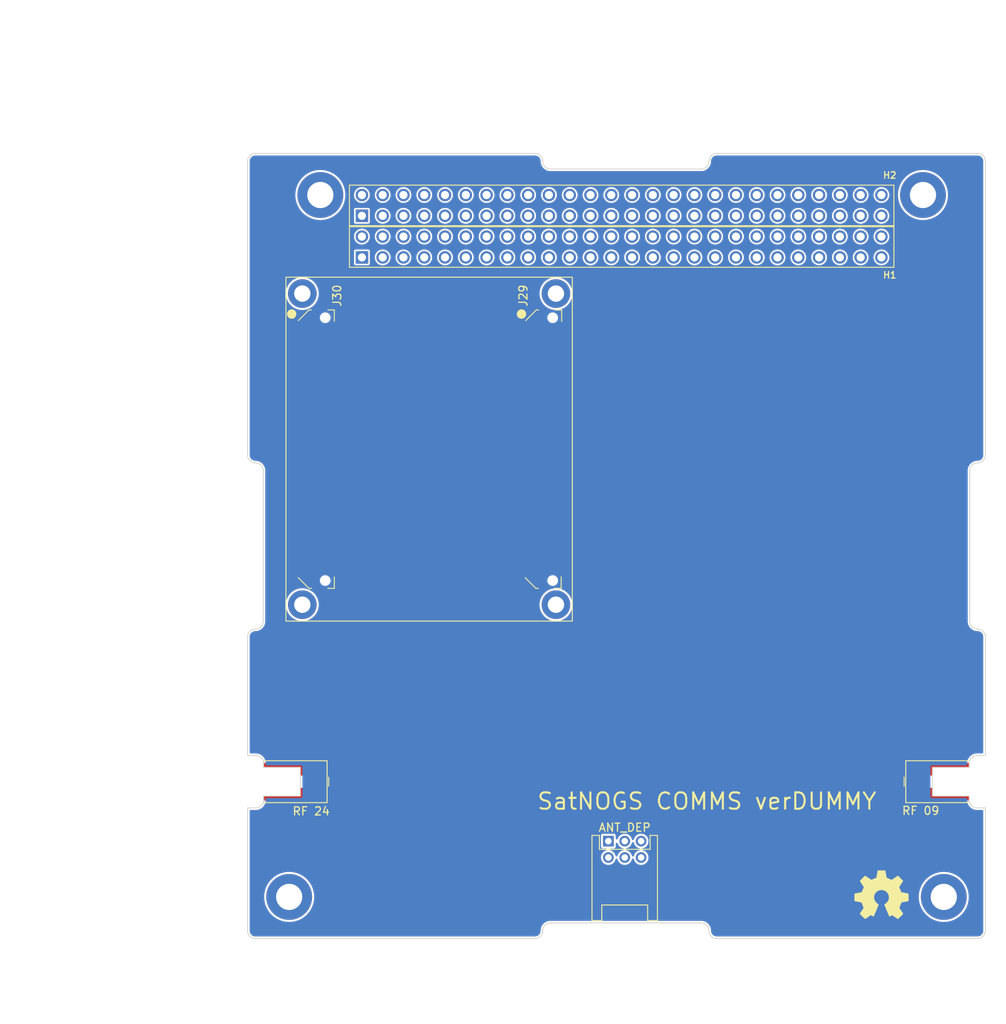
<source format=kicad_pcb>
(kicad_pcb (version 20211014) (generator pcbnew)
  (title_block (title "SatNOGS COMMS") (date "2020-09-07"))
  (layers (0 "F.Cu" signal) (31 "B.Cu" signal) (34 "B.Paste" user) (35 "F.Paste" user) (36 "B.SilkS" user "B.Silkscreen") (37 "F.SilkS" user "F.Silkscreen") (38 "B.Mask" user) (39 "F.Mask" user) (44 "Edge.Cuts" user))
  (net 0 "")
  (net 1 "/CAN_A_L")
  (net 2 "/CAN_A_H")
  (net 4 "/CAN_B_H")
  (net 5 "/CAN_B_L")
  (net 6 "GND")
  (net 9 "VIN")
  (net 10 "Net-(ANT-S901-Pad1)")
  (net 11 "5V_FPGA")
  (net 12 "2V5_FPGA")
  (net 13 "Net-(ANT-U1001-Pad1)")
  (net 14 "/FPGA/GAIN_SET_S_N")
  (net 15 "/FPGA/GAIN_SET_S_P")
  (net 16 "/FPGA/GAIN_SET_UHF_N")
  (net 17 "/FPGA/GAIN_SET_UHF_P")
  (net 41 "/ANT_DET_1")
  (net 42 "/ANT_DEP_1")
  (net 43 "/ANT_DET_0")
  (net 44 "/ANT_DEP_0")
  (net 52 "/BUS_SDA")
  (net 53 "/BUS_SCL")
  (net 96 "/FPGA/RXDP24")
  (net 97 "/FPGA/RXDN24")
  (net 98 "/FPGA/RXCLKP")
  (net 99 "/FPGA/RXCLKN")
  (net 100 "/FPGA/RXDP09")
  (net 101 "/FPGA/RXDN09")
  (net 102 "/FPGA/TXDP")
  (net 103 "/FPGA/TXDN")
  (net 104 "/FPGA/TXCLKP")
  (net 105 "/FPGA/TXCLKN")
  (net 152 "Net-(U301-Pad81)")
  (net 178 "/FPGA/PS_POR_B")
  (net 211 "/FPGA/FPGA_UART_TX")
  (net 212 "/FPGA/FPGA_UART_RX")
  (net 219 "/FPGA/SPI_SEL")
  (net 220 "/FPGA/SPI_CLK")
  (net 225 "/FPGA/MMC_D0")
  (net 226 "/FPGA/MMC_D1")
  (net 227 "/FPGA/MMC_D2")
  (net 228 "/FPGA/MMC_CK")
  (net 229 "/FPGA/MMC_D3")
  (net 230 "/FPGA/MMC_CMD")
  (net 252 "/FPGA/ETH-RXD3")
  (net 253 "/FPGA/ETH-RXD1")
  (net 254 "/FPGA/ETH-TXD3")
  (net 255 "/FPGA/ETH-TXCK")
  (net 256 "/FPGA/ETH-RXCLK")
  (net 257 "/FPGA/ETH-TXD1")
  (net 258 "/FPGA/ETH-MDC")
  (net 259 "/FPGA/ETH-MDIO")
  (net 260 "Net-(RN301-Pad7)")
  (net 261 "Net-(RN301-Pad8)")
  (net 262 "Net-(RN301-Pad6)")
  (net 263 "/FPGA/ETH-TXD2")
  (net 264 "/FPGA/ETH-RXD0")
  (net 265 "/FPGA/ETH-RXCTL")
  (net 266 "Net-(RN301-Pad5)")
  (net 267 "/FPGA/FPGA_DONE")
  (net 268 "/FPGA/ETH-TXD0")
  (net 269 "/FPGA/ETH-TXCTL")
  (net 270 "/FPGA/ETH-RXD2")
  (net 275 "3V3_FPGA")
  (net 276 "Net-(R310-Pad1)")
  (net 277 "Net-(R311-Pad2)")
  (net 284 "/BUS_SPI_MOSI")
  (net 285 "/BUS_SPI_CLK")
  (net 286 "/BUS_SPI_MISO")
  (net 287 "/FPGA/SPI_MOSI")
  (net 288 "/FPGA/SPI_MISO")
  (net 289 "Net-(RN302-Pad1)")
  (net 290 "Net-(RN302-Pad2)")
  (footprint "librecube_pcb_template:ESQ-126-39-x-D" (layer "F.Cu") (at 96.52 53.975)
    (fp_text reference "J102" hide)
    (fp_text value "Η1" (at 64.516 2.159) (layer "F.SilkS") (effects (font (size 0.8 0.8))))
    (pad "1" thru_hole rect locked (at 0 0) (size 1.524 1.524) (drill 1) (layers *.Cu *.Mask) (net 1 "/CAN_A_L") (clearance 0.2))
    (pad "2" thru_hole circle locked (at 0 -2.54) (size 1.524 1.524) (drill 1) (layers *.Cu *.Mask) (clearance 0.2))
    (pad "3" thru_hole circle locked (at 2.54 0) (size 1.524 1.524) (drill 1) (layers *.Cu *.Mask) (net 2 "/CAN_A_H") (clearance 0.2))
    (pad "4" thru_hole circle locked (at 2.54 -2.54) (size 1.524 1.524) (drill 1) (layers *.Cu *.Mask) (clearance 0.2))
    (pad "5" thru_hole circle locked (at 5.08 0) (size 1.524 1.524) (drill 1) (layers *.Cu *.Mask) (clearance 0.2))
    (pad "6" thru_hole circle locked (at 5.08 -2.54) (size 1.524 1.524) (drill 1) (layers *.Cu *.Mask) (clearance 0.2))
    (pad "7" thru_hole circle locked (at 7.62 0) (size 1.524 1.524) (drill 1) (layers *.Cu *.Mask) (clearance 0.2))
    (pad "8" thru_hole circle locked (at 7.62 -2.54) (size 1.524 1.524) (drill 1) (layers *.Cu *.Mask) (clearance 0.2))
    (pad "9" thru_hole circle locked (at 10.16 0) (size 1.524 1.524) (drill 1) (layers *.Cu *.Mask) (clearance 0.2))
    (pad "10" thru_hole circle locked (at 10.16 -2.54) (size 1.524 1.524) (drill 1) (layers *.Cu *.Mask) (net 284 "/BUS_SPI_MOSI") (clearance 0.2))
    (pad "11" thru_hole circle locked (at 12.7 0) (size 1.524 1.524) (drill 1) (layers *.Cu *.Mask) (net 285 "/BUS_SPI_CLK") (clearance 0.2))
    (pad "12" thru_hole circle locked (at 12.7 -2.54) (size 1.524 1.524) (drill 1) (layers *.Cu *.Mask) (net 286 "/BUS_SPI_MISO") (clearance 0.2))
    (pad "13" thru_hole circle locked (at 15.24 0) (size 1.524 1.524) (drill 1) (layers *.Cu *.Mask) (clearance 0.2))
    (pad "14" thru_hole circle locked (at 15.24 -2.54) (size 1.524 1.524) (drill 1) (layers *.Cu *.Mask) (clearance 0.2))
    (pad "15" thru_hole circle locked (at 17.78 0) (size 1.524 1.524) (drill 1) (layers *.Cu *.Mask) (clearance 0.2))
    (pad "16" thru_hole circle locked (at 17.78 -2.54) (size 1.524 1.524) (drill 1) (layers *.Cu *.Mask) (clearance 0.2))
    (pad "17" thru_hole circle locked (at 20.32 0) (size 1.524 1.524) (drill 1) (layers *.Cu *.Mask) (clearance 0.2))
    (pad "18" thru_hole circle locked (at 20.32 -2.54) (size 1.524 1.524) (drill 1) (layers *.Cu *.Mask) (clearance 0.2))
    (pad "19" thru_hole circle locked (at 22.86 0) (size 1.524 1.524) (drill 1) (layers *.Cu *.Mask) (clearance 0.2))
    (pad "20" thru_hole circle locked (at 22.86 -2.54) (size 1.524 1.524) (drill 1) (layers *.Cu *.Mask) (clearance 0.2))
    (pad "21" thru_hole circle locked (at 25.4 0) (size 1.524 1.524) (drill 1) (layers *.Cu *.Mask) (clearance 0.2))
    (pad "22" thru_hole circle locked (at 25.4 -2.54) (size 1.524 1.524) (drill 1) (layers *.Cu *.Mask) (clearance 0.2))
    (pad "23" thru_hole circle locked (at 27.94 0) (size 1.524 1.524) (drill 1) (layers *.Cu *.Mask) (clearance 0.2))
    (pad "24" thru_hole circle locked (at 27.94 -2.54) (size 1.524 1.524) (drill 1) (layers *.Cu *.Mask) (clearance 0.2))
    (pad "25" thru_hole circle locked (at 30.48 0) (size 1.524 1.524) (drill 1) (layers *.Cu *.Mask) (clearance 0.2))
    (pad "26" thru_hole circle locked (at 30.48 -2.54) (size 1.524 1.524) (drill 1) (layers *.Cu *.Mask) (clearance 0.2))
    (pad "27" thru_hole circle locked (at 33.02 0) (size 1.524 1.524) (drill 1) (layers *.Cu *.Mask) (clearance 0.2))
    (pad "28" thru_hole circle locked (at 33.02 -2.54) (size 1.524 1.524) (drill 1) (layers *.Cu *.Mask) (clearance 0.2))
    (pad "29" thru_hole circle locked (at 35.56 0) (size 1.524 1.524) (drill 1) (layers *.Cu *.Mask) (clearance 0.2))
    (pad "30" thru_hole circle locked (at 35.56 -2.54) (size 1.524 1.524) (drill 1) (layers *.Cu *.Mask) (clearance 0.2))
    (pad "31" thru_hole circle locked (at 38.1 0) (size 1.524 1.524) (drill 1) (layers *.Cu *.Mask) (clearance 0.2))
    (pad "32" thru_hole circle locked (at 38.1 -2.54) (size 1.524 1.524) (drill 1) (layers *.Cu *.Mask) (clearance 0.2))
    (pad "33" thru_hole circle locked (at 40.64 0) (size 1.524 1.524) (drill 1) (layers *.Cu *.Mask) (net 6 "GND") (clearance 0.2))
    (pad "34" thru_hole circle locked (at 40.64 -2.54) (size 1.524 1.524) (drill 1) (layers *.Cu *.Mask) (net 6 "GND") (clearance 0.2))
    (pad "35" thru_hole circle locked (at 43.18 0) (size 1.524 1.524) (drill 1) (layers *.Cu *.Mask) (clearance 0.2))
    (pad "36" thru_hole circle locked (at 43.18 -2.54) (size 1.524 1.524) (drill 1) (layers *.Cu *.Mask) (clearance 0.2))
    (pad "37" thru_hole circle locked (at 45.72 0) (size 1.524 1.524) (drill 1) (layers *.Cu *.Mask) (clearance 0.2))
    (pad "38" thru_hole circle locked (at 45.72 -2.54) (size 1.524 1.524) (drill 1) (layers *.Cu *.Mask) (clearance 0.2))
    (pad "39" thru_hole circle locked (at 48.26 0) (size 1.524 1.524) (drill 1) (layers *.Cu *.Mask) (clearance 0.2))
    (pad "40" thru_hole circle locked (at 48.26 -2.54) (size 1.524 1.524) (drill 1) (layers *.Cu *.Mask) (clearance 0.2))
    (pad "41" thru_hole circle locked (at 50.8 0) (size 1.524 1.524) (drill 1) (layers *.Cu *.Mask) (net 52 "/BUS_SDA") (clearance 0.2))
    (pad "42" thru_hole circle locked (at 50.8 -2.54) (size 1.524 1.524) (drill 1) (layers *.Cu *.Mask) (clearance 0.2))
    (pad "43" thru_hole circle locked (at 53.34 0) (size 1.524 1.524) (drill 1) (layers *.Cu *.Mask) (net 53 "/BUS_SCL") (clearance 0.2))
    (pad "44" thru_hole circle locked (at 53.34 -2.54) (size 1.524 1.524) (drill 1) (layers *.Cu *.Mask) (clearance 0.2))
    (pad "45" thru_hole circle locked (at 55.88 0) (size 1.524 1.524) (drill 1) (layers *.Cu *.Mask) (clearance 0.2))
    (pad "46" thru_hole circle locked (at 55.88 -2.54) (size 1.524 1.524) (drill 1) (layers *.Cu *.Mask) (clearance 0.2))
    (pad "47" thru_hole circle locked (at 58.42 0) (size 1.524 1.524) (drill 1) (layers *.Cu *.Mask) (clearance 0.2))
    (pad "48" thru_hole circle locked (at 58.42 -2.54) (size 1.524 1.524) (drill 1) (layers *.Cu *.Mask) (clearance 0.2))
    (pad "49" thru_hole circle locked (at 60.96 0) (size 1.524 1.524) (drill 1) (layers *.Cu *.Mask) (net 9 "VIN") (clearance 0.2))
    (pad "50" thru_hole circle locked (at 60.96 -2.54) (size 1.524 1.524) (drill 1) (layers *.Cu *.Mask) (clearance 0.2))
    (pad "51" thru_hole circle locked (at 63.5 0) (size 1.524 1.524) (drill 1) (layers *.Cu *.Mask) (clearance 0.2))
    (pad "52" thru_hole circle locked (at 63.5 -2.54) (size 1.524 1.524) (drill 1) (layers *.Cu *.Mask) (clearance 0.2))
  )
  (footprint "librecube_pcb_template:ESQ-126-39-x-D" (layer "F.Cu") (at 96.52 48.895)
    (fp_text reference "J103" hide)
    (fp_text value "Η2" (at 64.516 -4.953) (layer "F.SilkS") (effects (font (size 0.8 0.8))))
    (pad "1" thru_hole rect locked (at 0 0) (size 1.524 1.524) (drill 1) (layers *.Cu *.Mask) (net 5 "/CAN_B_L") (clearance 0.2))
    (pad "2" thru_hole circle locked (at 0 -2.54) (size 1.524 1.524) (drill 1) (layers *.Cu *.Mask) (clearance 0.2))
    (pad "3" thru_hole circle locked (at 2.54 0) (size 1.524 1.524) (drill 1) (layers *.Cu *.Mask) (net 4 "/CAN_B_H") (clearance 0.2))
    (pad "4" thru_hole circle locked (at 2.54 -2.54) (size 1.524 1.524) (drill 1) (layers *.Cu *.Mask) (clearance 0.2))
    (pad "5" thru_hole circle locked (at 5.08 0) (size 1.524 1.524) (drill 1) (layers *.Cu *.Mask) (clearance 0.2))
    (pad "6" thru_hole circle locked (at 5.08 -2.54) (size 1.524 1.524) (drill 1) (layers *.Cu *.Mask) (clearance 0.2))
    (pad "7" thru_hole circle locked (at 7.62 0) (size 1.524 1.524) (drill 1) (layers *.Cu *.Mask) (clearance 0.2))
    (pad "8" thru_hole circle locked (at 7.62 -2.54) (size 1.524 1.524) (drill 1) (layers *.Cu *.Mask) (clearance 0.2))
    (pad "9" thru_hole circle locked (at 10.16 0) (size 1.524 1.524) (drill 1) (layers *.Cu *.Mask) (clearance 0.2))
    (pad "10" thru_hole circle locked (at 10.16 -2.54) (size 1.524 1.524) (drill 1) (layers *.Cu *.Mask) (clearance 0.2))
    (pad "11" thru_hole circle locked (at 12.7 0) (size 1.524 1.524) (drill 1) (layers *.Cu *.Mask) (clearance 0.2))
    (pad "12" thru_hole circle locked (at 12.7 -2.54) (size 1.524 1.524) (drill 1) (layers *.Cu *.Mask) (clearance 0.2))
    (pad "13" thru_hole circle locked (at 15.24 0) (size 1.524 1.524) (drill 1) (layers *.Cu *.Mask) (clearance 0.2))
    (pad "14" thru_hole circle locked (at 15.24 -2.54) (size 1.524 1.524) (drill 1) (layers *.Cu *.Mask) (clearance 0.2))
    (pad "15" thru_hole circle locked (at 17.78 0) (size 1.524 1.524) (drill 1) (layers *.Cu *.Mask) (clearance 0.2))
    (pad "16" thru_hole circle locked (at 17.78 -2.54) (size 1.524 1.524) (drill 1) (layers *.Cu *.Mask) (clearance 0.2))
    (pad "17" thru_hole circle locked (at 20.32 0) (size 1.524 1.524) (drill 1) (layers *.Cu *.Mask) (clearance 0.2))
    (pad "18" thru_hole circle locked (at 20.32 -2.54) (size 1.524 1.524) (drill 1) (layers *.Cu *.Mask) (clearance 0.2))
    (pad "19" thru_hole circle locked (at 22.86 0) (size 1.524 1.524) (drill 1) (layers *.Cu *.Mask) (clearance 0.2))
    (pad "20" thru_hole circle locked (at 22.86 -2.54) (size 1.524 1.524) (drill 1) (layers *.Cu *.Mask) (clearance 0.2))
    (pad "21" thru_hole circle locked (at 25.4 0) (size 1.524 1.524) (drill 1) (layers *.Cu *.Mask) (clearance 0.2))
    (pad "22" thru_hole circle locked (at 25.4 -2.54) (size 1.524 1.524) (drill 1) (layers *.Cu *.Mask) (clearance 0.2))
    (pad "23" thru_hole circle locked (at 27.94 0) (size 1.524 1.524) (drill 1) (layers *.Cu *.Mask) (clearance 0.2))
    (pad "24" thru_hole circle locked (at 27.94 -2.54) (size 1.524 1.524) (drill 1) (layers *.Cu *.Mask) (clearance 0.2))
    (pad "25" thru_hole circle locked (at 30.48 0) (size 1.524 1.524) (drill 1) (layers *.Cu *.Mask) (clearance 0.2))
    (pad "26" thru_hole circle locked (at 30.48 -2.54) (size 1.524 1.524) (drill 1) (layers *.Cu *.Mask) (clearance 0.2))
    (pad "27" thru_hole circle locked (at 33.02 0) (size 1.524 1.524) (drill 1) (layers *.Cu *.Mask) (clearance 0.2))
    (pad "28" thru_hole circle locked (at 33.02 -2.54) (size 1.524 1.524) (drill 1) (layers *.Cu *.Mask) (clearance 0.2))
    (pad "29" thru_hole circle locked (at 35.56 0) (size 1.524 1.524) (drill 1) (layers *.Cu *.Mask) (net 6 "GND") (clearance 0.2))
    (pad "30" thru_hole circle locked (at 35.56 -2.54) (size 1.524 1.524) (drill 1) (layers *.Cu *.Mask) (net 6 "GND") (clearance 0.2))
    (pad "31" thru_hole circle locked (at 38.1 0) (size 1.524 1.524) (drill 1) (layers *.Cu *.Mask) (net 6 "GND") (clearance 0.2))
    (pad "32" thru_hole circle locked (at 38.1 -2.54) (size 1.524 1.524) (drill 1) (layers *.Cu *.Mask) (net 6 "GND") (clearance 0.2))
    (pad "33" thru_hole circle locked (at 40.64 0) (size 1.524 1.524) (drill 1) (layers *.Cu *.Mask) (clearance 0.2))
    (pad "34" thru_hole circle locked (at 40.64 -2.54) (size 1.524 1.524) (drill 1) (layers *.Cu *.Mask) (clearance 0.2))
    (pad "35" thru_hole circle locked (at 43.18 0) (size 1.524 1.524) (drill 1) (layers *.Cu *.Mask) (clearance 0.2))
    (pad "36" thru_hole circle locked (at 43.18 -2.54) (size 1.524 1.524) (drill 1) (layers *.Cu *.Mask) (clearance 0.2))
    (pad "37" thru_hole circle locked (at 45.72 0) (size 1.524 1.524) (drill 1) (layers *.Cu *.Mask) (clearance 0.2))
    (pad "38" thru_hole circle locked (at 45.72 -2.54) (size 1.524 1.524) (drill 1) (layers *.Cu *.Mask) (clearance 0.2))
    (pad "39" thru_hole circle locked (at 48.26 0) (size 1.524 1.524) (drill 1) (layers *.Cu *.Mask) (clearance 0.2))
    (pad "40" thru_hole circle locked (at 48.26 -2.54) (size 1.524 1.524) (drill 1) (layers *.Cu *.Mask) (clearance 0.2))
    (pad "41" thru_hole circle locked (at 50.8 0) (size 1.524 1.524) (drill 1) (layers *.Cu *.Mask) (clearance 0.2))
    (pad "42" thru_hole circle locked (at 50.8 -2.54) (size 1.524 1.524) (drill 1) (layers *.Cu *.Mask) (clearance 0.2))
    (pad "43" thru_hole circle locked (at 53.34 0) (size 1.524 1.524) (drill 1) (layers *.Cu *.Mask) (clearance 0.2))
    (pad "44" thru_hole circle locked (at 53.34 -2.54) (size 1.524 1.524) (drill 1) (layers *.Cu *.Mask) (clearance 0.2))
    (pad "45" thru_hole circle locked (at 55.88 0) (size 1.524 1.524) (drill 1) (layers *.Cu *.Mask) (clearance 0.2))
    (pad "46" thru_hole circle locked (at 55.88 -2.54) (size 1.524 1.524) (drill 1) (layers *.Cu *.Mask) (clearance 0.2))
    (pad "47" thru_hole circle locked (at 58.42 0) (size 1.524 1.524) (drill 1) (layers *.Cu *.Mask) (clearance 0.2))
    (pad "48" thru_hole circle locked (at 58.42 -2.54) (size 1.524 1.524) (drill 1) (layers *.Cu *.Mask) (clearance 0.2))
    (pad "49" thru_hole circle locked (at 60.96 0) (size 1.524 1.524) (drill 1) (layers *.Cu *.Mask) (clearance 0.2))
    (pad "50" thru_hole circle locked (at 60.96 -2.54) (size 1.524 1.524) (drill 1) (layers *.Cu *.Mask) (clearance 0.2))
    (pad "51" thru_hole circle locked (at 63.5 0) (size 1.524 1.524) (drill 1) (layers *.Cu *.Mask) (clearance 0.2))
    (pad "52" thru_hole circle locked (at 63.5 -2.54) (size 1.524 1.524) (drill 1) (layers *.Cu *.Mask) (clearance 0.2))
  )
  (footprint "MountingHole:MountingHole_3.2mm_M3_DIN965_Pad" (layer "F.Cu") (at 165.1 46.355)
    (fp_text reference "H112" hide)
    (fp_text value "MountingHole_Pad")
    (pad "1" thru_hole circle locked (at 0 0) (size 5.6 5.6) (drill 3.2) (layers *.Cu *.Mask))
  )
  (footprint "MountingHole:MountingHole_3.2mm_M3_DIN965_Pad" (layer "F.Cu") (at 167.64 132.08)
    (fp_text reference "H113" hide)
    (fp_text value "MountingHole_Pad")
    (pad "1" thru_hole circle locked (at 0 0) (size 5.6 5.6) (drill 3.2) (layers *.Cu *.Mask))
  )
  (footprint "MountingHole:MountingHole_3.2mm_M3_DIN965_Pad" (layer "F.Cu") (at 87.63 132.08)
    (fp_text reference "H114" hide)
    (fp_text value "MountingHole_Pad")
    (pad "1" thru_hole circle locked (at 0 0) (size 5.6 5.6) (drill 3.2) (layers *.Cu *.Mask))
  )
  (footprint "MountingHole:MountingHole_3.2mm_M3_DIN965_Pad" (layer "F.Cu") (at 91.44 46.355)
    (fp_text reference "H111" hide)
    (fp_text value "MountingHole_Pad")
    (pad "1" thru_hole circle locked (at 0 0) (size 5.6 5.6) (drill 3.2) (layers *.Cu *.Mask))
  )
  (footprint "Connector_Coaxial:MMCX_Molex_73415-0961_Horizontal_1.6mm-PCB" (layer "F.Cu") (at 167.005 118.0084 180)
    (fp_text reference "ANT-U1001" hide)
    (fp_text value "RF 09" (at 2.1844 -3.5433) (layer "F.SilkS"))
    (fp_line (start 0.75 -1.75) (end -3.75 -1.75) (layer "Edge.Cuts") (width 0.1))
    (fp_line (start -3.75 1.75) (end 0.75 1.75) (layer "Edge.Cuts") (width 0.1))
    (fp_line (start 0.75 1.75) (end 0.75 -1.75) (layer "Edge.Cuts") (width 0.1))
    (pad "1" smd rect (at 2.45 0 180) (size 2.6 1.1) (layers "F.Cu" "F.Paste" "F.Mask") (net 13 "Net-(ANT-U1001-Pad1)"))
    (pad "2" smd custom (at 2.25 -1.525 180) (size 3 1.55) (layers "F.Cu" "F.Paste" "F.Mask") (net 6 "GND") (options (clearance outline) (anchor rect)) (primitives (gr_poly (pts (xy -1.5 -0.225) (xy -6 -0.225) (xy -6 -0.775) (xy -1.5 -0.775)) (width 0) (fill yes))))
    (pad "2" smd custom (at 2.25 1.525 180) (size 3 1.55) (layers "F.Cu" "F.Paste" "F.Mask") (net 6 "GND") (options (clearance outline) (anchor rect)) (primitives (gr_poly (pts (xy -1.5 0.775) (xy -6 0.775) (xy -6 0.225) (xy -1.5 0.225)) (width 0) (fill yes))))
  )
  (footprint "Connector_Coaxial:MMCX_Molex_73415-0961_Horizontal_1.6mm-PCB" (layer "F.Cu") (at 88.2534 118.0084)
    (fp_text reference "ANT-S901" hide)
    (fp_text value "RF 24" (at 2.069 3.6068) (layer "F.SilkS"))
    (fp_line (start 0.75 1.75) (end 0.75 -1.75) (layer "Edge.Cuts") (width 0.1))
    (fp_line (start 0.75 -1.75) (end -3.75 -1.75) (layer "Edge.Cuts") (width 0.1))
    (fp_line (start -3.75 1.75) (end 0.75 1.75) (layer "Edge.Cuts") (width 0.1))
    (pad "1" smd rect (at 2.45 0) (size 2.6 1.1) (layers "F.Cu" "F.Paste" "F.Mask") (net 10 "Net-(ANT-S901-Pad1)"))
    (pad "2" smd custom (at 2.25 -1.525) (size 3 1.55) (layers "F.Cu" "F.Paste" "F.Mask") (net 6 "GND") (options (clearance outline) (anchor rect)) (primitives (gr_poly (pts (xy -1.5 -0.225) (xy -6 -0.225) (xy -6 -0.775) (xy -1.5 -0.775)) (width 0) (fill yes))))
    (pad "2" smd custom (at 2.25 1.525) (size 3 1.55) (layers "F.Cu" "F.Paste" "F.Mask") (net 6 "GND") (options (clearance outline) (anchor rect)) (primitives (gr_poly (pts (xy -1.5 0.775) (xy -6 0.775) (xy -6 0.225) (xy -1.5 0.225)) (width 0) (fill yes))))
  )
  (footprint "Symbol:OSHW-Symbol_6.7x6mm_SilkScreen" (layer "F.Cu") (at 160.02 131.826)
    (fp_text reference "REF**" hide)
    (fp_text value "OSHW-Symbol_6.7x6mm_SilkScreen" hide)
  )
  (footprint "lsf-kicad-lib:hrs-df11-6dp-2ds" (layer "F.Cu") (at 126.6444 125.2667 180)
    (fp_text reference "J101" hide)
    (fp_text value "ANT_DEP" (at -1.9939 1.6637) (layer "F.SilkS"))
    (pad "1" thru_hole rect locked (at 0 0 180) (size 1.3 1.3) (drill 0.8) (layers *.Cu *.Mask) (net 44 "/ANT_DEP_0"))
    (pad "2" thru_hole circle locked (at 0 -2 180) (size 1.3 1.3) (drill 0.8) (layers *.Cu *.Mask) (net 43 "/ANT_DET_0"))
    (pad "3" thru_hole circle locked (at -2 0 180) (size 1.3 1.3) (drill 0.8) (layers *.Cu *.Mask) (net 42 "/ANT_DEP_1"))
    (pad "4" thru_hole circle locked (at -2 -2 180) (size 1.3 1.3) (drill 0.8) (layers *.Cu *.Mask) (net 41 "/ANT_DET_1"))
    (pad "5" thru_hole circle locked (at -4 0 180) (size 1.3 1.3) (drill 0.8) (layers *.Cu *.Mask) (net 6 "GND"))
    (pad "6" thru_hole circle locked (at -4 -2 180) (size 1.3 1.3) (drill 0.8) (layers *.Cu *.Mask) (net 6 "GND"))
  )
  (footprint "lsf-kicad-lib:Alinx_ZYNQ-7000_SOM_XC7Z020" (layer "F.Cu") (at 104.7372 77.393 90)
    (fp_text reference "U301" hide)
    (fp_text value "Alinx_ZYNQ-7000_SOM_XC7Z020")
    (fp_text user "J29" (at 18.75 11.5 90 unlocked) (layer "F.SilkS"))
    (fp_text user "J30" (at 18.75 -11.25 90 unlocked) (layer "F.SilkS"))
    (pad "" np_thru_hole circle locked (at -19 -15.5 90) (size 3.5 3.5) (drill 2) (layers F&B.Cu *.Mask))
    (pad "" np_thru_hole circle locked (at 19 15.5 90) (size 3.5 3.5) (drill 2) (layers F&B.Cu *.Mask))
    (pad "" np_thru_hole circle locked (at 16.05 15.1 90) (size 0.8 0.8) (drill 0.8) (layers F&B.Cu *.Mask))
    (pad "" np_thru_hole circle locked (at -16.05 -12.7 90) (size 0.8 0.8) (drill 0.8) (layers F&B.Cu *.Mask))
    (pad "" np_thru_hole circle locked (at -19 15.5 90) (size 3.5 3.5) (drill 2) (layers F&B.Cu *.Mask))
    (pad "" np_thru_hole circle locked (at 16.05 -12.7 90) (size 0.8 0.8) (drill 0.8) (layers F&B.Cu *.Mask))
    (pad "" np_thru_hole circle locked (at -16.05 15.1 90) (size 0.8 0.8) (drill 0.8) (layers F&B.Cu *.Mask))
    (pad "" np_thru_hole circle locked (at 19 -15.5 90) (size 3.5 3.5) (drill 2) (layers F&B.Cu *.Mask))
    (pad "1" smd rect locked (at 15 12.25 90) (size 0.75 2.3) (layers "F.Cu" "F.Mask") (net 11 "5V_FPGA"))
    (pad "2" smd rect locked (at 15 15.55 90) (size 0.75 2.3) (layers "F.Cu" "F.Mask") (net 11 "5V_FPGA"))
    (pad "3" smd rect locked (at 14.25 12.25 90) (size 0.25 2.3) (layers "F.Cu" "F.Mask") (net 11 "5V_FPGA"))
    (pad "4" smd rect locked (at 14.25 15.55 90) (size 0.25 2.3) (layers "F.Cu" "F.Mask") (net 11 "5V_FPGA"))
    (pad "5" smd rect locked (at 13.75 12.25 90) (size 0.25 2.3) (layers "F.Cu" "F.Mask") (net 11 "5V_FPGA"))
    (pad "6" smd rect locked (at 13.75 15.55 90) (size 0.25 2.3) (layers "F.Cu" "F.Mask") (net 11 "5V_FPGA"))
    (pad "7" smd rect locked (at 13.25 12.25 90) (size 0.25 2.3) (layers "F.Cu" "F.Mask") (net 11 "5V_FPGA"))
    (pad "8" smd rect locked (at 13.25 15.55 90) (size 0.25 2.3) (layers "F.Cu" "F.Mask") (net 11 "5V_FPGA"))
    (pad "9" smd rect locked (at 12.75 12.25 90) (size 0.25 2.3) (layers "F.Cu" "F.Mask") (net 6 "GND"))
    (pad "10" smd rect locked (at 12.75 15.55 90) (size 0.25 2.3) (layers "F.Cu" "F.Mask") (net 6 "GND"))
    (pad "11" smd rect locked (at 12.25 12.25 90) (size 0.25 2.3) (layers "F.Cu" "F.Mask") (net 275 "3V3_FPGA"))
    (pad "12" smd rect locked (at 12.25 15.55 90) (size 0.25 2.3) (layers "F.Cu" "F.Mask") (net 12 "2V5_FPGA"))
    (pad "13" smd rect locked (at 11.75 12.25 90) (size 0.25 2.3) (layers "F.Cu" "F.Mask") (net 275 "3V3_FPGA"))
    (pad "14" smd rect locked (at 11.75 15.55 90) (size 0.25 2.3) (layers "F.Cu" "F.Mask") (net 12 "2V5_FPGA"))
    (pad "15" smd rect locked (at 11.25 12.25 90) (size 0.25 2.3) (layers "F.Cu" "F.Mask") (net 275 "3V3_FPGA"))
    (pad "16" smd rect locked (at 11.25 15.55 90) (size 0.25 2.3) (layers "F.Cu" "F.Mask") (net 12 "2V5_FPGA"))
    (pad "17" smd rect locked (at 10.75 12.25 90) (size 0.25 2.3) (layers "F.Cu" "F.Mask") (net 275 "3V3_FPGA"))
    (pad "18" smd rect locked (at 10.75 15.55 90) (size 0.25 2.3) (layers "F.Cu" "F.Mask") (net 12 "2V5_FPGA"))
    (pad "19" smd rect locked (at 10.25 12.25 90) (size 0.25 2.3) (layers "F.Cu" "F.Mask") (net 6 "GND"))
    (pad "20" smd rect locked (at 10.25 15.55 90) (size 0.25 2.3) (layers "F.Cu" "F.Mask") (net 6 "GND"))
    (pad "21" smd rect locked (at 9.75 12.25 90) (size 0.25 2.3) (layers "F.Cu" "F.Mask"))
    (pad "22" smd rect locked (at 9.75 15.55 90) (size 0.25 2.3) (layers "F.Cu" "F.Mask") (net 219 "/FPGA/SPI_SEL"))
    (pad "23" smd rect locked (at 9.25 12.25 90) (size 0.25 2.3) (layers "F.Cu" "F.Mask"))
    (pad "24" smd rect locked (at 9.25 15.55 90) (size 0.25 2.3) (layers "F.Cu" "F.Mask") (net 287 "/FPGA/SPI_MOSI"))
    (pad "25" smd rect locked (at 8.75 12.25 90) (size 0.25 2.3) (layers "F.Cu" "F.Mask"))
    (pad "26" smd rect locked (at 8.75 15.55 90) (size 0.25 2.3) (layers "F.Cu" "F.Mask"))
    (pad "27" smd rect locked (at 8.25 12.25 90) (size 0.25 2.3) (layers "F.Cu" "F.Mask"))
    (pad "28" smd rect locked (at 8.25 15.55 90) (size 0.25 2.3) (layers "F.Cu" "F.Mask") (net 288 "/FPGA/SPI_MISO"))
    (pad "29" smd rect locked (at 7.75 12.25 90) (size 0.25 2.3) (layers "F.Cu" "F.Mask") (net 6 "GND"))
    (pad "30" smd rect locked (at 7.75 15.55 90) (size 0.25 2.3) (layers "F.Cu" "F.Mask") (net 6 "GND"))
    (pad "31" smd rect locked (at 7.25 12.25 90) (size 0.25 2.3) (layers "F.Cu" "F.Mask"))
    (pad "32" smd rect locked (at 7.25 15.55 90) (size 0.25 2.3) (layers "F.Cu" "F.Mask"))
    (pad "33" smd rect locked (at 6.75 12.25 90) (size 0.25 2.3) (layers "F.Cu" "F.Mask"))
    (pad "34" smd rect locked (at 6.75 15.55 90) (size 0.25 2.3) (layers "F.Cu" "F.Mask"))
    (pad "35" smd rect locked (at 6.25 12.25 90) (size 0.25 2.3) (layers "F.Cu" "F.Mask"))
    (pad "36" smd rect locked (at 6.25 15.55 90) (size 0.25 2.3) (layers "F.Cu" "F.Mask"))
    (pad "37" smd rect locked (at 5.75 12.25 90) (size 0.25 2.3) (layers "F.Cu" "F.Mask"))
    (pad "38" smd rect locked (at 5.75 15.55 90) (size 0.25 2.3) (layers "F.Cu" "F.Mask"))
    (pad "39" smd rect locked (at 5.25 12.25 90) (size 0.25 2.3) (layers "F.Cu" "F.Mask") (net 6 "GND"))
    (pad "40" smd rect locked (at 5.25 15.55 90) (size 0.25 2.3) (layers "F.Cu" "F.Mask") (net 6 "GND"))
    (pad "41" smd rect locked (at 4.75 12.25 90) (size 0.25 2.3) (layers "F.Cu" "F.Mask") (net 220 "/FPGA/SPI_CLK"))
    (pad "42" smd rect locked (at 4.75 15.55 90) (size 0.25 2.3) (layers "F.Cu" "F.Mask"))
    (pad "43" smd rect locked (at 4.25 12.25 90) (size 0.25 2.3) (layers "F.Cu" "F.Mask"))
    (pad "44" smd rect locked (at 4.25 15.55 90) (size 0.25 2.3) (layers "F.Cu" "F.Mask"))
    (pad "45" smd rect locked (at 3.75 12.25 90) (size 0.25 2.3) (layers "F.Cu" "F.Mask"))
    (pad "46" smd rect locked (at 3.75 15.55 90) (size 0.25 2.3) (layers "F.Cu" "F.Mask"))
    (pad "47" smd rect locked (at 3.25 12.25 90) (size 0.25 2.3) (layers "F.Cu" "F.Mask"))
    (pad "48" smd rect locked (at 3.25 15.55 90) (size 0.25 2.3) (layers "F.Cu" "F.Mask"))
    (pad "49" smd rect locked (at 2.75 12.25 90) (size 0.25 2.3) (layers "F.Cu" "F.Mask") (net 6 "GND"))
    (pad "50" smd rect locked (at 2.75 15.55 90) (size 0.25 2.3) (layers "F.Cu" "F.Mask") (net 6 "GND"))
    (pad "51" smd rect locked (at 2.25 12.25 90) (size 0.25 2.3) (layers "F.Cu" "F.Mask"))
    (pad "52" smd rect locked (at 2.25 15.55 90) (size 0.25 2.3) (layers "F.Cu" "F.Mask") (net 289 "Net-(RN302-Pad1)"))
    (pad "53" smd rect locked (at 1.75 12.25 90) (size 0.25 2.3) (layers "F.Cu" "F.Mask"))
    (pad "54" smd rect locked (at 1.75 15.55 90) (size 0.25 2.3) (layers "F.Cu" "F.Mask") (net 290 "Net-(RN302-Pad2)"))
    (pad "55" smd rect locked (at 1.25 12.25 90) (size 0.25 2.3) (layers "F.Cu" "F.Mask"))
    (pad "56" smd rect locked (at 1.25 15.55 90) (size 0.25 2.3) (layers "F.Cu" "F.Mask"))
    (pad "57" smd rect locked (at 0.75 12.25 90) (size 0.25 2.3) (layers "F.Cu" "F.Mask"))
    (pad "58" smd rect locked (at 0.75 15.55 90) (size 0.25 2.3) (layers "F.Cu" "F.Mask"))
    (pad "59" smd rect locked (at 0.25 12.25 90) (size 0.25 2.3) (layers "F.Cu" "F.Mask") (net 6 "GND"))
    (pad "60" smd rect locked (at 0.25 15.55 90) (size 0.25 2.3) (layers "F.Cu" "F.Mask") (net 6 "GND"))
    (pad "61" smd rect locked (at -0.25 12.25 90) (size 0.25 2.3) (layers "F.Cu" "F.Mask"))
    (pad "62" smd rect locked (at -0.25 15.55 90) (size 0.25 2.3) (layers "F.Cu" "F.Mask"))
    (pad "63" smd rect locked (at -0.75 12.25 90) (size 0.25 2.3) (layers "F.Cu" "F.Mask"))
    (pad "64" smd rect locked (at -0.75 15.55 90) (size 0.25 2.3) (layers "F.Cu" "F.Mask"))
    (pad "65" smd rect locked (at -1.25 12.25 90) (size 0.25 2.3) (layers "F.Cu" "F.Mask"))
    (pad "66" smd rect locked (at -1.25 15.55 90) (size 0.25 2.3) (layers "F.Cu" "F.Mask"))
    (pad "67" smd rect locked (at -1.75 12.25 90) (size 0.25 2.3) (layers "F.Cu" "F.Mask"))
    (pad "68" smd rect locked (at -1.75 15.55 90) (size 0.25 2.3) (layers "F.Cu" "F.Mask"))
    (pad "69" smd rect locked (at -2.25 12.25 90) (size 0.25 2.3) (layers "F.Cu" "F.Mask") (net 6 "GND"))
    (pad "70" smd rect locked (at -2.25 15.55 90) (size 0.25 2.3) (layers "F.Cu" "F.Mask") (net 6 "GND"))
    (pad "71" smd rect locked (at -2.75 12.25 90) (size 0.25 2.3) (layers "F.Cu" "F.Mask"))
    (pad "72" smd rect locked (at -2.75 15.55 90) (size 0.25 2.3) (layers "F.Cu" "F.Mask"))
    (pad "73" smd rect locked (at -3.25 12.25 90) (size 0.25 2.3) (layers "F.Cu" "F.Mask"))
    (pad "74" smd rect locked (at -3.25 15.55 90) (size 0.25 2.3) (layers "F.Cu" "F.Mask"))
    (pad "75" smd rect locked (at -3.75 12.25 90) (size 0.25 2.3) (layers "F.Cu" "F.Mask"))
    (pad "76" smd rect locked (at -3.75 15.55 90) (size 0.25 2.3) (layers "F.Cu" "F.Mask"))
    (pad "77" smd rect locked (at -4.25 12.25 90) (size 0.25 2.3) (layers "F.Cu" "F.Mask"))
    (pad "78" smd rect locked (at -4.25 15.55 90) (size 0.25 2.3) (layers "F.Cu" "F.Mask"))
    (pad "79" smd rect locked (at -4.75 12.25 90) (size 0.25 2.3) (layers "F.Cu" "F.Mask") (net 6 "GND"))
    (pad "80" smd rect locked (at -4.75 15.55 90) (size 0.25 2.3) (layers "F.Cu" "F.Mask") (net 6 "GND"))
    (pad "81" smd rect locked (at -5.25 12.25 90) (size 0.25 2.3) (layers "F.Cu" "F.Mask") (net 152 "Net-(U301-Pad81)"))
    (pad "82" smd rect locked (at -5.25 15.55 90) (size 0.25 2.3) (layers "F.Cu" "F.Mask"))
    (pad "83" smd rect locked (at -5.75 12.25 90) (size 0.25 2.3) (layers "F.Cu" "F.Mask"))
    (pad "84" smd rect locked (at -5.75 15.55 90) (size 0.25 2.3) (layers "F.Cu" "F.Mask"))
    (pad "85" smd rect locked (at -6.25 12.25 90) (size 0.25 2.3) (layers "F.Cu" "F.Mask"))
    (pad "86" smd rect locked (at -6.25 15.55 90) (size 0.25 2.3) (layers "F.Cu" "F.Mask"))
    (pad "87" smd rect locked (at -6.75 12.25 90) (size 0.25 2.3) (layers "F.Cu" "F.Mask"))
    (pad "88" smd rect locked (at -6.75 15.55 90) (size 0.25 2.3) (layers "F.Cu" "F.Mask"))
    (pad "89" smd rect locked (at -7.25 12.25 90) (size 0.25 2.3) (layers "F.Cu" "F.Mask") (net 6 "GND"))
    (pad "90" smd rect locked (at -7.25 15.55 90) (size 0.25 2.3) (layers "F.Cu" "F.Mask") (net 6 "GND"))
    (pad "91" smd rect locked (at -7.75 12.25 90) (size 0.25 2.3) (layers "F.Cu" "F.Mask"))
    (pad "92" smd rect locked (at -7.75 15.55 90) (size 0.25 2.3) (layers "F.Cu" "F.Mask"))
    (pad "93" smd rect locked (at -8.25 12.25 90) (size 0.25 2.3) (layers "F.Cu" "F.Mask"))
    (pad "94" smd rect locked (at -8.25 15.55 90) (size 0.25 2.3) (layers "F.Cu" "F.Mask"))
    (pad "95" smd rect locked (at -8.75 12.25 90) (size 0.25 2.3) (layers "F.Cu" "F.Mask"))
    (pad "96" smd rect locked (at -8.75 15.55 90) (size 0.25 2.3) (layers "F.Cu" "F.Mask"))
    (pad "97" smd rect locked (at -9.25 12.25 90) (size 0.25 2.3) (layers "F.Cu" "F.Mask"))
    (pad "98" smd rect locked (at -9.25 15.55 90) (size 0.25 2.3) (layers "F.Cu" "F.Mask"))
    (pad "99" smd rect locked (at -9.75 12.25 90) (size 0.25 2.3) (layers "F.Cu" "F.Mask") (net 6 "GND"))
    (pad "100" smd rect locked (at -9.75 15.55 90) (size 0.25 2.3) (layers "F.Cu" "F.Mask") (net 6 "GND"))
    (pad "101" smd rect locked (at -10.25 12.25 90) (size 0.25 2.3) (layers "F.Cu" "F.Mask"))
    (pad "102" smd rect locked (at -10.25 15.55 90) (size 0.25 2.3) (layers "F.Cu" "F.Mask"))
    (pad "103" smd rect locked (at -10.75 12.25 90) (size 0.25 2.3) (layers "F.Cu" "F.Mask"))
    (pad "104" smd rect locked (at -10.75 15.55 90) (size 0.25 2.3) (layers "F.Cu" "F.Mask"))
    (pad "105" smd rect locked (at -11.25 12.25 90) (size 0.25 2.3) (layers "F.Cu" "F.Mask"))
    (pad "106" smd rect locked (at -11.25 15.55 90) (size 0.25 2.3) (layers "F.Cu" "F.Mask"))
    (pad "107" smd rect locked (at -11.75 12.25 90) (size 0.25 2.3) (layers "F.Cu" "F.Mask"))
    (pad "108" smd rect locked (at -11.75 15.55 90) (size 0.25 2.3) (layers "F.Cu" "F.Mask"))
    (pad "109" smd rect locked (at -12.25 12.25 90) (size 0.25 2.3) (layers "F.Cu" "F.Mask") (net 6 "GND"))
    (pad "110" smd rect locked (at -12.25 15.55 90) (size 0.25 2.3) (layers "F.Cu" "F.Mask") (net 6 "GND"))
    (pad "111" smd rect locked (at -12.75 12.25 90) (size 0.25 2.3) (layers "F.Cu" "F.Mask") (net 266 "Net-(RN301-Pad5)"))
    (pad "112" smd rect locked (at -12.75 15.55 90) (size 0.25 2.3) (layers "F.Cu" "F.Mask"))
    (pad "113" smd rect locked (at -13.25 12.25 90) (size 0.25 2.3) (layers "F.Cu" "F.Mask") (net 262 "Net-(RN301-Pad6)"))
    (pad "114" smd rect locked (at -13.25 15.55 90) (size 0.25 2.3) (layers "F.Cu" "F.Mask"))
    (pad "115" smd rect locked (at -13.75 12.25 90) (size 0.25 2.3) (layers "F.Cu" "F.Mask") (net 260 "Net-(RN301-Pad7)"))
    (pad "116" smd rect locked (at -13.75 15.55 90) (size 0.25 2.3) (layers "F.Cu" "F.Mask") (net 178 "/FPGA/PS_POR_B"))
    (pad "117" smd rect locked (at -14.25 12.25 90) (size 0.25 2.3) (layers "F.Cu" "F.Mask") (net 261 "Net-(RN301-Pad8)"))
    (pad "118" smd rect locked (at -14.25 15.55 90) (size 0.25 2.3) (layers "F.Cu" "F.Mask") (net 267 "/FPGA/FPGA_DONE"))
    (pad "119" smd rect locked (at -15 12.25 90) (size 0.75 2.3) (layers "F.Cu" "F.Mask"))
    (pad "120" smd rect locked (at -15 15.55 90) (size 0.75 2.3) (layers "F.Cu" "F.Mask"))
    (pad "121" smd rect locked (at 15 -15.55 90) (size 0.75 2.3) (layers "F.Cu" "F.Mask") (net 102 "/FPGA/TXDP"))
    (pad "122" smd rect locked (at 15 -12.25 90) (size 0.75 2.3) (layers "F.Cu" "F.Mask"))
    (pad "123" smd rect locked (at 14.25 -15.55 90) (size 0.25 2.3) (layers "F.Cu" "F.Mask") (net 103 "/FPGA/TXDN"))
    (pad "124" smd rect locked (at 14.25 -12.25 90) (size 0.25 2.3) (layers "F.Cu" "F.Mask"))
    (pad "125" smd rect locked (at 13.75 -15.55 90) (size 0.25 2.3) (layers "F.Cu" "F.Mask"))
    (pad "126" smd rect locked (at 13.75 -12.25 90) (size 0.25 2.3) (layers "F.Cu" "F.Mask"))
    (pad "127" smd rect locked (at 13.25 -15.55 90) (size 0.25 2.3) (layers "F.Cu" "F.Mask"))
    (pad "128" smd rect locked (at 13.25 -12.25 90) (size 0.25 2.3) (layers "F.Cu" "F.Mask"))
    (pad "129" smd rect locked (at 12.75 -15.55 90) (size 0.25 2.3) (layers "F.Cu" "F.Mask") (net 6 "GND"))
    (pad "130" smd rect locked (at 12.75 -12.25 90) (size 0.25 2.3) (layers "F.Cu" "F.Mask") (net 6 "GND"))
    (pad "131" smd rect locked (at 12.25 -15.55 90) (size 0.25 2.3) (layers "F.Cu" "F.Mask"))
    (pad "132" smd rect locked (at 12.25 -12.25 90) (size 0.25 2.3) (layers "F.Cu" "F.Mask"))
    (pad "133" smd rect locked (at 11.75 -15.55 90) (size 0.25 2.3) (layers "F.Cu" "F.Mask"))
    (pad "134" smd rect locked (at 11.75 -12.25 90) (size 0.25 2.3) (layers "F.Cu" "F.Mask"))
    (pad "135" smd rect locked (at 11.25 -15.55 90) (size 0.25 2.3) (layers "F.Cu" "F.Mask"))
    (pad "136" smd rect locked (at 11.25 -12.25 90) (size 0.25 2.3) (layers "F.Cu" "F.Mask"))
    (pad "137" smd rect locked (at 10.75 -15.55 90) (size 0.25 2.3) (layers "F.Cu" "F.Mask"))
    (pad "138" smd rect locked (at 10.75 -12.25 90) (size 0.25 2.3) (layers "F.Cu" "F.Mask"))
    (pad "139" smd rect locked (at 10.25 -15.55 90) (size 0.25 2.3) (layers "F.Cu" "F.Mask") (net 6 "GND"))
    (pad "140" smd rect locked (at 10.25 -12.25 90) (size 0.25 2.3) (layers "F.Cu" "F.Mask") (net 6 "GND"))
    (pad "141" smd rect locked (at 9.75 -15.55 90) (size 0.25 2.3) (layers "F.Cu" "F.Mask"))
    (pad "142" smd rect locked (at 9.75 -12.25 90) (size 0.25 2.3) (layers "F.Cu" "F.Mask"))
    (pad "143" smd rect locked (at 9.25 -15.55 90) (size 0.25 2.3) (layers "F.Cu" "F.Mask"))
    (pad "144" smd rect locked (at 9.25 -12.25 90) (size 0.25 2.3) (layers "F.Cu" "F.Mask"))
    (pad "145" smd rect locked (at 8.75 -15.55 90) (size 0.25 2.3) (layers "F.Cu" "F.Mask") (net 96 "/FPGA/RXDP24"))
    (pad "146" smd rect locked (at 8.75 -12.25 90) (size 0.25 2.3) (layers "F.Cu" "F.Mask"))
    (pad "147" smd rect locked (at 8.25 -15.55 90) (size 0.25 2.3) (layers "F.Cu" "F.Mask") (net 97 "/FPGA/RXDN24"))
    (pad "148" smd rect locked (at 8.25 -12.25 90) (size 0.25 2.3) (layers "F.Cu" "F.Mask"))
    (pad "149" smd rect locked (at 7.75 -15.55 90) (size 0.25 2.3) (layers "F.Cu" "F.Mask") (net 6 "GND"))
    (pad "150" smd rect locked (at 7.75 -12.25 90) (size 0.25 2.3) (layers "F.Cu" "F.Mask") (net 6 "GND"))
    (pad "151" smd rect locked (at 7.25 -15.55 90) (size 0.25 2.3) (layers "F.Cu" "F.Mask") (net 101 "/FPGA/RXDN09"))
    (pad "152" smd rect locked (at 7.25 -12.25 90) (size 0.25 2.3) (layers "F.Cu" "F.Mask"))
    (pad "153" smd rect locked (at 6.75 -15.55 90) (size 0.25 2.3) (layers "F.Cu" "F.Mask") (net 100 "/FPGA/RXDP09"))
    (pad "154" smd rect locked (at 6.75 -12.25 90) (size 0.25 2.3) (layers "F.Cu" "F.Mask"))
    (pad "155" smd rect locked (at 6.25 -15.55 90) (size 0.25 2.3) (layers "F.Cu" "F.Mask"))
    (pad "156" smd rect locked (at 6.25 -12.25 90) (size 0.25 2.3) (layers "F.Cu" "F.Mask"))
    (pad "157" smd rect locked (at 5.75 -15.55 90) (size 0.25 2.3) (layers "F.Cu" "F.Mask"))
    (pad "158" smd rect locked (at 5.75 -12.25 90) (size 0.25 2.3) (layers "F.Cu" "F.Mask"))
    (pad "159" smd rect locked (at 5.25 -15.55 90) (size 0.25 2.3) (layers "F.Cu" "F.Mask") (net 6 "GND"))
    (pad "160" smd rect locked (at 5.25 -12.25 90) (size 0.25 2.3) (layers "F.Cu" "F.Mask") (net 6 "GND"))
    (pad "161" smd rect locked (at 4.75 -15.55 90) (size 0.25 2.3) (layers "F.Cu" "F.Mask") (net 99 "/FPGA/RXCLKN"))
    (pad "162" smd rect locked (at 4.75 -12.25 90) (size 0.25 2.3) (layers "F.Cu" "F.Mask"))
    (pad "163" smd rect locked (at 4.25 -15.55 90) (size 0.25 2.3) (layers "F.Cu" "F.Mask") (net 98 "/FPGA/RXCLKP"))
    (pad "164" smd rect locked (at 4.25 -12.25 90) (size 0.25 2.3) (layers "F.Cu" "F.Mask"))
    (pad "165" smd rect locked (at 3.75 -15.55 90) (size 0.25 2.3) (layers "F.Cu" "F.Mask"))
    (pad "166" smd rect locked (at 3.75 -12.25 90) (size 0.25 2.3) (layers "F.Cu" "F.Mask") (net 15 "/FPGA/GAIN_SET_S_P"))
    (pad "167" smd rect locked (at 3.25 -15.55 90) (size 0.25 2.3) (layers "F.Cu" "F.Mask"))
    (pad "168" smd rect locked (at 3.25 -12.25 90) (size 0.25 2.3) (layers "F.Cu" "F.Mask") (net 14 "/FPGA/GAIN_SET_S_N"))
    (pad "169" smd rect locked (at 2.75 -15.55 90) (size 0.25 2.3) (layers "F.Cu" "F.Mask") (net 6 "GND"))
    (pad "170" smd rect locked (at 2.75 -12.25 90) (size 0.25 2.3) (layers "F.Cu" "F.Mask") (net 6 "GND"))
    (pad "171" smd rect locked (at 2.25 -15.55 90) (size 0.25 2.3) (layers "F.Cu" "F.Mask"))
    (pad "172" smd rect locked (at 2.25 -12.25 90) (size 0.25 2.3) (layers "F.Cu" "F.Mask") (net 104 "/FPGA/TXCLKP"))
    (pad "173" smd rect locked (at 1.75 -15.55 90) (size 0.25 2.3) (layers "F.Cu" "F.Mask"))
    (pad "174" smd rect locked (at 1.75 -12.25 90) (size 0.25 2.3) (layers "F.Cu" "F.Mask") (net 105 "/FPGA/TXCLKN"))
    (pad "175" smd rect locked (at 1.25 -15.55 90) (size 0.25 2.3) (layers "F.Cu" "F.Mask") (net 16 "/FPGA/GAIN_SET_UHF_N"))
    (pad "176" smd rect locked (at 1.25 -12.25 90) (size 0.25 2.3) (layers "F.Cu" "F.Mask"))
    (pad "177" smd rect locked (at 0.75 -15.55 90) (size 0.25 2.3) (layers "F.Cu" "F.Mask") (net 17 "/FPGA/GAIN_SET_UHF_P"))
    (pad "178" smd rect locked (at 0.75 -12.25 90) (size 0.25 2.3) (layers "F.Cu" "F.Mask"))
    (pad "179" smd rect locked (at 0.25 -15.55 90) (size 0.25 2.3) (layers "F.Cu" "F.Mask") (net 6 "GND"))
    (pad "180" smd rect locked (at 0.25 -12.25 90) (size 0.25 2.3) (layers "F.Cu" "F.Mask") (net 6 "GND"))
    (pad "181" smd rect locked (at -0.25 -15.55 90) (size 0.25 2.3) (layers "F.Cu" "F.Mask") (net 256 "/FPGA/ETH-RXCLK"))
    (pad "182" smd rect locked (at -0.25 -12.25 90) (size 0.25 2.3) (layers "F.Cu" "F.Mask"))
    (pad "183" smd rect locked (at -0.75 -15.55 90) (size 0.25 2.3) (layers "F.Cu" "F.Mask") (net 265 "/FPGA/ETH-RXCTL"))
    (pad "184" smd rect locked (at -0.75 -12.25 90) (size 0.25 2.3) (layers "F.Cu" "F.Mask") (net 229 "/FPGA/MMC_D3"))
    (pad "185" smd rect locked (at -1.25 -15.55 90) (size 0.25 2.3) (layers "F.Cu" "F.Mask") (net 264 "/FPGA/ETH-RXD0"))
    (pad "186" smd rect locked (at -1.25 -12.25 90) (size 0.25 2.3) (layers "F.Cu" "F.Mask"))
    (pad "187" smd rect locked (at -1.75 -15.55 90) (size 0.25 2.3) (layers "F.Cu" "F.Mask") (net 253 "/FPGA/ETH-RXD1"))
    (pad "188" smd rect locked (at -1.75 -12.25 90) (size 0.25 2.3) (layers "F.Cu" "F.Mask") (net 230 "/FPGA/MMC_CMD"))
    (pad "189" smd rect locked (at -2.25 -15.55 90) (size 0.25 2.3) (layers "F.Cu" "F.Mask") (net 6 "GND"))
    (pad "190" smd rect locked (at -2.25 -12.25 90) (size 0.25 2.3) (layers "F.Cu" "F.Mask") (net 6 "GND"))
    (pad "191" smd rect locked (at -2.75 -15.55 90) (size 0.25 2.3) (layers "F.Cu" "F.Mask") (net 270 "/FPGA/ETH-RXD2"))
    (pad "192" smd rect locked (at -2.75 -12.25 90) (size 0.25 2.3) (layers "F.Cu" "F.Mask"))
    (pad "193" smd rect locked (at -3.25 -15.55 90) (size 0.25 2.3) (layers "F.Cu" "F.Mask") (net 252 "/FPGA/ETH-RXD3"))
    (pad "194" smd rect locked (at -3.25 -12.25 90) (size 0.25 2.3) (layers "F.Cu" "F.Mask"))
    (pad "195" smd rect locked (at -3.75 -15.55 90) (size 0.25 2.3) (layers "F.Cu" "F.Mask") (net 269 "/FPGA/ETH-TXCTL"))
    (pad "196" smd rect locked (at -3.75 -12.25 90) (size 0.25 2.3) (layers "F.Cu" "F.Mask"))
    (pad "197" smd rect locked (at -4.25 -15.55 90) (size 0.25 2.3) (layers "F.Cu" "F.Mask") (net 255 "/FPGA/ETH-TXCK"))
    (pad "198" smd rect locked (at -4.25 -12.25 90) (size 0.25 2.3) (layers "F.Cu" "F.Mask"))
    (pad "199" smd rect locked (at -4.75 -15.55 90) (size 0.25 2.3) (layers "F.Cu" "F.Mask") (net 6 "GND"))
    (pad "200" smd rect locked (at -4.75 -12.25 90) (size 0.25 2.3) (layers "F.Cu" "F.Mask") (net 6 "GND"))
    (pad "201" smd rect locked (at -5.25 -15.55 90) (size 0.25 2.3) (layers "F.Cu" "F.Mask") (net 254 "/FPGA/ETH-TXD3"))
    (pad "202" smd rect locked (at -5.25 -12.25 90) (size 0.25 2.3) (layers "F.Cu" "F.Mask"))
    (pad "203" smd rect locked (at -5.75 -15.55 90) (size 0.25 2.3) (layers "F.Cu" "F.Mask") (net 263 "/FPGA/ETH-TXD2"))
    (pad "204" smd rect locked (at -5.75 -12.25 90) (size 0.25 2.3) (layers "F.Cu" "F.Mask"))
    (pad "205" smd rect locked (at -6.25 -15.55 90) (size 0.25 2.3) (layers "F.Cu" "F.Mask") (net 257 "/FPGA/ETH-TXD1"))
    (pad "206" smd rect locked (at -6.25 -12.25 90) (size 0.25 2.3) (layers "F.Cu" "F.Mask"))
    (pad "207" smd rect locked (at -6.75 -15.55 90) (size 0.25 2.3) (layers "F.Cu" "F.Mask") (net 268 "/FPGA/ETH-TXD0"))
    (pad "208" smd rect locked (at -6.75 -12.25 90) (size 0.25 2.3) (layers "F.Cu" "F.Mask"))
    (pad "209" smd rect locked (at -7.25 -15.55 90) (size 0.25 2.3) (layers "F.Cu" "F.Mask") (net 6 "GND"))
    (pad "210" smd rect locked (at -7.25 -12.25 90) (size 0.25 2.3) (layers "F.Cu" "F.Mask") (net 6 "GND"))
    (pad "211" smd rect locked (at -7.75 -15.55 90) (size 0.25 2.3) (layers "F.Cu" "F.Mask"))
    (pad "212" smd rect locked (at -7.75 -12.25 90) (size 0.25 2.3) (layers "F.Cu" "F.Mask"))
    (pad "213" smd rect locked (at -8.25 -15.55 90) (size 0.25 2.3) (layers "F.Cu" "F.Mask"))
    (pad "214" smd rect locked (at -8.25 -12.25 90) (size 0.25 2.3) (layers "F.Cu" "F.Mask"))
    (pad "215" smd rect locked (at -8.75 -15.55 90) (size 0.25 2.3) (layers "F.Cu" "F.Mask"))
    (pad "216" smd rect locked (at -8.75 -12.25 90) (size 0.25 2.3) (layers "F.Cu" "F.Mask") (net 212 "/FPGA/FPGA_UART_RX"))
    (pad "217" smd rect locked (at -9.25 -15.55 90) (size 0.25 2.3) (layers "F.Cu" "F.Mask"))
    (pad "218" smd rect locked (at -9.25 -12.25 90) (size 0.25 2.3) (layers "F.Cu" "F.Mask") (net 211 "/FPGA/FPGA_UART_TX"))
    (pad "219" smd rect locked (at -9.75 -15.55 90) (size 0.25 2.3) (layers "F.Cu" "F.Mask") (net 6 "GND"))
    (pad "220" smd rect locked (at -9.75 -12.25 90) (size 0.25 2.3) (layers "F.Cu" "F.Mask") (net 6 "GND"))
    (pad "221" smd rect locked (at -10.25 -15.55 90) (size 0.25 2.3) (layers "F.Cu" "F.Mask"))
    (pad "222" smd rect locked (at -10.25 -12.25 90) (size 0.25 2.3) (layers "F.Cu" "F.Mask") (net 258 "/FPGA/ETH-MDC"))
    (pad "223" smd rect locked (at -10.75 -15.55 90) (size 0.25 2.3) (layers "F.Cu" "F.Mask"))
    (pad "224" smd rect locked (at -10.75 -12.25 90) (size 0.25 2.3) (layers "F.Cu" "F.Mask"))
    (pad "225" smd rect locked (at -11.25 -15.55 90) (size 0.25 2.3) (layers "F.Cu" "F.Mask"))
    (pad "226" smd rect locked (at -11.25 -12.25 90) (size 0.25 2.3) (layers "F.Cu" "F.Mask") (net 228 "/FPGA/MMC_CK"))
    (pad "227" smd rect locked (at -11.75 -15.55 90) (size 0.25 2.3) (layers "F.Cu" "F.Mask"))
    (pad "228" smd rect locked (at -11.75 -12.25 90) (size 0.25 2.3) (layers "F.Cu" "F.Mask") (net 227 "/FPGA/MMC_D2"))
    (pad "229" smd rect locked (at -12.25 -15.55 90) (size 0.25 2.3) (layers "F.Cu" "F.Mask") (net 6 "GND"))
    (pad "230" smd rect locked (at -12.25 -12.25 90) (size 0.25 2.3) (layers "F.Cu" "F.Mask") (net 6 "GND"))
    (pad "231" smd rect locked (at -12.75 -15.55 90) (size 0.25 2.3) (layers "F.Cu" "F.Mask"))
    (pad "232" smd rect locked (at -12.75 -12.25 90) (size 0.25 2.3) (layers "F.Cu" "F.Mask"))
    (pad "233" smd rect locked (at -13.25 -15.55 90) (size 0.25 2.3) (layers "F.Cu" "F.Mask"))
    (pad "234" smd rect locked (at -13.25 -12.25 90) (size 0.25 2.3) (layers "F.Cu" "F.Mask") (net 225 "/FPGA/MMC_D0"))
    (pad "235" smd rect locked (at -13.75 -15.55 90) (size 0.25 2.3) (layers "F.Cu" "F.Mask"))
    (pad "236" smd rect locked (at -13.75 -12.25 90) (size 0.25 2.3) (layers "F.Cu" "F.Mask") (net 226 "/FPGA/MMC_D1"))
    (pad "237" smd rect locked (at -14.25 -15.55 90) (size 0.25 2.3) (layers "F.Cu" "F.Mask"))
    (pad "238" smd rect locked (at -14.25 -12.25 90) (size 0.25 2.3) (layers "F.Cu" "F.Mask") (net 259 "/FPGA/ETH-MDIO"))
    (pad "239" smd rect locked (at -15 -15.55 90) (size 0.75 2.3) (layers "F.Cu" "F.Mask") (net 277 "Net-(R311-Pad2)"))
    (pad "240" smd rect locked (at -15 -12.25 90) (size 0.75 2.3) (layers "F.Cu" "F.Mask") (net 276 "Net-(R310-Pad1)"))
  )
  (gr_arc (start 82.55 100.3173) (mid 82.828981 99.643781) (end 83.5025 99.3648) (layer "Edge.Cuts") (width 0.1))
  (gr_arc (start 84.455 98.4123) (mid 84.176019 99.085819) (end 83.5025 99.3648) (layer "Edge.Cuts") (width 0.1))
  (gr_arc (start 83.5025 79.0702) (mid 84.176019 79.349181) (end 84.455 80.0227) (layer "Edge.Cuts") (width 0.1))
  (gr_arc (start 83.5025 79.0702) (mid 82.828981 78.791219) (end 82.55 78.1177) (layer "Edge.Cuts") (width 0.1))
  (gr_arc (start 82.55 42.2275) (mid 82.828981 41.553981) (end 83.5025 41.275) (layer "Edge.Cuts") (width 0.1))
  (gr_arc (start 171.7675 41.275) (mid 172.441019 41.553981) (end 172.72 42.2275) (layer "Edge.Cuts") (width 0.1))
  (gr_arc (start 172.72 136.2075) (mid 172.441019 136.881019) (end 171.7675 137.16) (layer "Edge.Cuts") (width 0.1))
  (gr_arc (start 172.72 78.1177) (mid 172.441019 78.791219) (end 171.7675 79.0702) (layer "Edge.Cuts") (width 0.1))
  (gr_arc (start 171.7675 99.3648) (mid 172.441019 99.643781) (end 172.72 100.3173) (layer "Edge.Cuts") (width 0.1))
  (gr_line (start 170.815 80.0227) (end 170.815 98.4123) (layer "Edge.Cuts") (width 0.1))
  (gr_line (start 172.72 42.2275) (end 172.72 78.1177) (layer "Edge.Cuts") (width 0.1))
  (gr_arc (start 170.815 80.0227) (mid 171.093981 79.349181) (end 171.7675 79.0702) (layer "Edge.Cuts") (width 0.1))
  (gr_arc (start 118.618 136.2075) (mid 118.339019 136.881019) (end 117.6655 137.16) (layer "Edge.Cuts") (width 0.1))
  (gr_arc (start 118.618 136.2075) (mid 118.896981 135.533981) (end 119.5705 135.255) (layer "Edge.Cuts") (width 0.1))
  (gr_arc (start 137.9855 135.255) (mid 138.659019 135.533981) (end 138.938 136.2075) (layer "Edge.Cuts") (width 0.1))
  (gr_arc (start 139.8905 137.16) (mid 139.216981 136.881019) (end 138.938 136.2075) (layer "Edge.Cuts") (width 0.1))
  (gr_line (start 83.5025 137.16) (end 117.6655 137.16) (layer "Edge.Cuts") (width 0.1))
  (gr_line (start 119.5705 135.255) (end 137.9855 135.255) (layer "Edge.Cuts") (width 0.1))
  (gr_line (start 139.8905 137.16) (end 171.7675 137.16) (layer "Edge.Cuts") (width 0.1))
  (gr_arc (start 117.6655 41.275) (mid 118.339019 41.553981) (end 118.618 42.2275) (layer "Edge.Cuts") (width 0.1))
  (gr_line (start 83.5025 41.275) (end 117.6655 41.275) (layer "Edge.Cuts") (width 0.1))
  (gr_line (start 139.8905 41.275) (end 171.7675 41.275) (layer "Edge.Cuts") (width 0.1))
  (gr_arc (start 138.938 42.2275) (mid 139.216981 41.553981) (end 139.8905 41.275) (layer "Edge.Cuts") (width 0.1))
  (gr_arc (start 119.5705 43.18) (mid 118.896981 42.901019) (end 118.618 42.2275) (layer "Edge.Cuts") (width 0.1))
  (gr_line (start 119.5705 43.18) (end 137.9855 43.18) (layer "Edge.Cuts") (width 0.1))
  (gr_arc (start 138.938 42.2275) (mid 138.659019 42.901019) (end 137.9855 43.18) (layer "Edge.Cuts") (width 0.1))
  (gr_arc (start 171.7675 99.3648) (mid 171.093981 99.085819) (end 170.815 98.4123) (layer "Edge.Cuts") (width 0.1))
  (gr_arc (start 84.5034 120.255881) (mid 84.224419 120.9294) (end 83.5509 121.208381) (layer "Edge.Cuts") (width 0.1))
  (gr_line (start 83.5509 114.808419) (end 82.55 114.808) (layer "Edge.Cuts") (width 0.1))
  (gr_line (start 84.5034 120.255881) (end 84.5034 119.7584) (layer "Edge.Cuts") (width 0.1))
  (gr_arc (start 170.755 115.760919) (mid 171.033981 115.0874) (end 171.7075 114.808419) (layer "Edge.Cuts") (width 0.1))
  (gr_arc (start 171.7075 121.2088) (mid 171.033981 120.929819) (end 170.755 120.2563) (layer "Edge.Cuts") (width 0.1))
  (gr_line (start 170.755 120.2563) (end 170.755 119.7584) (layer "Edge.Cuts") (width 0.1))
  (gr_line (start 172.72 114.808) (end 172.72 100.3173) (layer "Edge.Cuts") (width 0.1))
  (gr_line (start 82.55 121.2088) (end 83.5509 121.208381) (layer "Edge.Cuts") (width 0.1))
  (gr_line (start 172.72 121.2088) (end 172.72 136.2075) (layer "Edge.Cuts") (width 0.1))
  (gr_arc (start 83.5509 114.808419) (mid 84.224419 115.0874) (end 84.5034 115.760919) (layer "Edge.Cuts") (width 0.1))
  (gr_line (start 84.5034 116.2584) (end 84.5034 115.760919) (layer "Edge.Cuts") (width 0.1))
  (gr_line (start 172.72 121.2088) (end 171.7075 121.2088) (layer "Edge.Cuts") (width 0.1))
  (gr_line (start 82.55 42.2275) (end 82.55 78.1177) (layer "Edge.Cuts") (width 0.1))
  (gr_line (start 170.755 115.760919) (end 170.755 116.2584) (layer "Edge.Cuts") (width 0.1))
  (gr_arc (start 83.5025 137.16) (mid 82.828981 136.881019) (end 82.55 136.2075) (layer "Edge.Cuts") (width 0.1))
  (gr_line (start 82.55 121.2088) (end 82.55 136.2075) (layer "Edge.Cuts") (width 0.1))
  (gr_line (start 172.72 114.808) (end 171.7075 114.808419) (layer "Edge.Cuts") (width 0.1))
  (gr_line (start 84.455 80.0227) (end 84.455 98.4123) (layer "Edge.Cuts") (width 0.1))
  (gr_line (start 82.55 114.808) (end 82.55 100.3173) (layer "Edge.Cuts") (width 0.1))
  (gr_text "SatNOGS COMMS verDUMMY" (at 138.684 120.396) (layer "F.SilkS") (effects (font (size 2 2) (thickness 0.25))))
  (zone (net 0) (net_name "") (layer "B.Cu") (connect_pads (clearance 0.25)) (min_thickness 0.254) (fill yes (thermal_gap 0.508) (thermal_bridge_width 0.508))
    (polygon (pts (xy 174.498 140.208) (xy 79.756 139.446) (xy 81.788 40.386) (xy 175.26 40.386)))
  )
)
</source>
